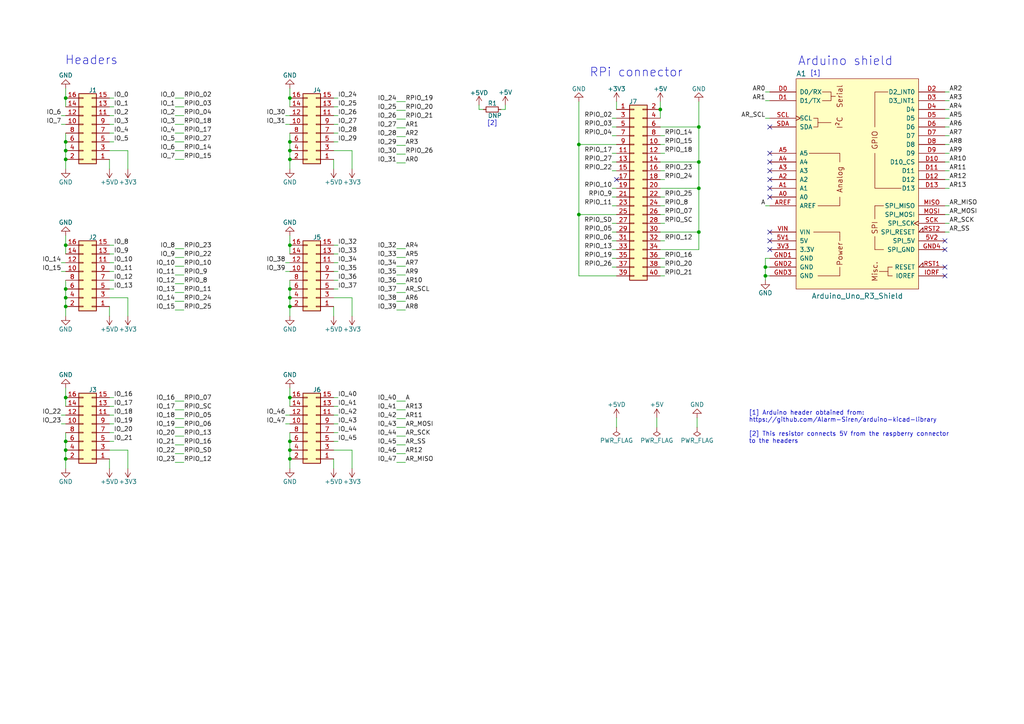
<source format=kicad_sch>
(kicad_sch (version 20211123) (generator eeschema)
  (paper "A4")
  (lib_symbols
    (symbol "CL_Arduino_Library:Arduino_Uno_R3_Shield" (pin_names (offset 1.016))
      (property "Reference" "A" (at 0 36.83 0))
      (property "Value" "Arduino_Uno_R3_Shield" (at 0 33.02 0))
      (symbol "Arduino_Uno_R3_Shield_0_0"
        (rectangle (start -17.78 30.48) (end 17.78 -30.48) (fill (type background)))
        (rectangle (start -12.7 -13.97) (end -5.08 -13.97))
        (rectangle (start -11.43 -26.67) (end -5.08 -26.67))
        (polyline (pts (xy -11.43 17.78) (xy -7.62 17.78)))
        (polyline (pts (xy -7.62 25.4) (xy -6.35 25.4)))
        (polyline (pts (xy -5.08 -26.67) (xy -5.08 -24.13)))
        (polyline (pts (xy -5.08 -15.24) (xy -5.08 -16.51)))
        (polyline (pts (xy -5.08 -13.97) (xy -5.08 -15.24)))
        (polyline (pts (xy -5.08 -3.81) (xy -5.08 -6.35) (xy -11.43 -6.35)))
        (polyline (pts (xy -5.08 6.35) (xy -5.08 8.89) (xy -13.97 8.89)))
        (polyline (pts (xy 5.08 8.89) (xy 5.08 -1.27) (xy 12.7 -1.27)))
        (polyline (pts (xy 5.08 16.51) (xy 5.08 26.67) (xy 8.89 26.67)))
        (polyline (pts (xy -12.7 19.05) (xy -11.43 19.05) (xy -11.43 16.51) (xy -12.7 16.51)))
        (polyline (pts (xy -10.16 26.67) (xy -7.62 26.67) (xy -7.62 24.13) (xy -10.16 24.13)))
        (rectangle (start 5.08 -19.05) (end 5.08 -15.24))
        (rectangle (start 5.08 -19.05) (end 7.62 -19.05))
        (rectangle (start 5.08 -10.16) (end 5.08 -6.35))
        (rectangle (start 7.62 -6.35) (end 5.08 -6.35))
        (rectangle (start 8.89 -25.4) (end 6.35 -25.4))
        (rectangle (start 8.89 -24.13) (end 8.89 -26.67))
        (rectangle (start 10.16 -26.67) (end 8.89 -26.67))
        (rectangle (start 10.16 -24.13) (end 8.89 -24.13))
        (text "Analog" (at -5.08 1.27 900) (effects (font (size 1.524 1.524))))
        (text "I²C" (at -5.08 17.78 900) (effects (font (size 1.524 1.524))))
        (text "Misc." (at 5.08 -25.4 900) (effects (font (size 1.524 1.524))))
        (text "Power" (at -5.08 -20.32 900) (effects (font (size 1.524 1.524))))
        (text "Serial" (at -5.08 25.4 900) (effects (font (size 1.524 1.524))))
        (text "SPI" (at 5.08 -12.7 900) (effects (font (size 1.524 1.524))))
      )
      (symbol "Arduino_Uno_R3_Shield_1_0"
        (text "GPIO" (at 5.08 12.7 900) (effects (font (size 1.524 1.524))))
      )
      (symbol "Arduino_Uno_R3_Shield_1_1"
        (pin power_out line (at -25.4 -19.05 0) (length 7.62) (name "3.3V") (number "3V3"))
        (pin power_in line (at -25.4 -16.51 0) (length 7.62) (name "5V") (number "5V1"))
        (pin power_in line (at 25.4 -16.51 180) (length 7.62) (name "SPI_5V") (number "5V2"))
        (pin bidirectional line (at -25.4 -3.81 0) (length 7.62) (name "A0") (number "A0"))
        (pin bidirectional line (at -25.4 -1.27 0) (length 7.62) (name "A1") (number "A1"))
        (pin bidirectional line (at -25.4 1.27 0) (length 7.62) (name "A2") (number "A2"))
        (pin bidirectional line (at -25.4 3.81 0) (length 7.62) (name "A3") (number "A3"))
        (pin bidirectional line (at -25.4 6.35 0) (length 7.62) (name "A4") (number "A4"))
        (pin bidirectional line (at -25.4 8.89 0) (length 7.62) (name "A5") (number "A5"))
        (pin input line (at -25.4 -6.35 0) (length 7.62) (name "AREF") (number "AREF"))
        (pin bidirectional line (at -25.4 26.67 0) (length 7.62) (name "D0/RX") (number "D0"))
        (pin bidirectional line (at -25.4 24.13 0) (length 7.62) (name "D1/TX") (number "D1"))
        (pin bidirectional line (at 25.4 6.35 180) (length 7.62) (name "D10_CS") (number "D10"))
        (pin bidirectional line (at 25.4 3.81 180) (length 7.62) (name "D11") (number "D11"))
        (pin bidirectional line (at 25.4 1.27 180) (length 7.62) (name "D12") (number "D12"))
        (pin bidirectional line (at 25.4 -1.27 180) (length 7.62) (name "D13") (number "D13"))
        (pin bidirectional line (at 25.4 26.67 180) (length 7.62) (name "D2_INT0") (number "D2"))
        (pin bidirectional line (at 25.4 24.13 180) (length 7.62) (name "D3_INT1") (number "D3"))
        (pin bidirectional line (at 25.4 21.59 180) (length 7.62) (name "D4") (number "D4"))
        (pin bidirectional line (at 25.4 19.05 180) (length 7.62) (name "D5") (number "D5"))
        (pin bidirectional line (at 25.4 16.51 180) (length 7.62) (name "D6") (number "D6"))
        (pin bidirectional line (at 25.4 13.97 180) (length 7.62) (name "D7") (number "D7"))
        (pin bidirectional line (at 25.4 11.43 180) (length 7.62) (name "D8") (number "D8"))
        (pin bidirectional line (at 25.4 8.89 180) (length 7.62) (name "D9") (number "D9"))
        (pin power_in line (at -25.4 -21.59 0) (length 7.62) (name "GND") (number "GND1"))
        (pin power_in line (at -25.4 -24.13 0) (length 7.62) (name "GND") (number "GND2"))
        (pin power_in line (at -25.4 -26.67 0) (length 7.62) (name "GND") (number "GND3"))
        (pin power_in line (at 25.4 -19.05 180) (length 7.62) (name "SPI_GND") (number "GND4"))
        (pin output line (at 25.4 -26.67 180) (length 7.62) (name "IOREF") (number "IORF"))
        (pin input line (at 25.4 -6.35 180) (length 7.62) (name "SPI_MISO") (number "MISO"))
        (pin output line (at 25.4 -8.89 180) (length 7.62) (name "SPI_MOSI") (number "MOSI"))
        (pin open_collector input_low (at 25.4 -24.13 180) (length 7.62) (name "RESET") (number "RST1"))
        (pin open_collector input_low (at 25.4 -13.97 180) (length 7.62) (name "SPI_RESET") (number "RST2"))
        (pin output clock (at 25.4 -11.43 180) (length 7.62) (name "SPI_SCK") (number "SCK"))
        (pin bidirectional clock (at -25.4 19.05 0) (length 7.62) (name "SCL") (number "SCL"))
        (pin bidirectional line (at -25.4 16.51 0) (length 7.62) (name "SDA") (number "SDA"))
        (pin power_in line (at -25.4 -13.97 0) (length 7.62) (name "VIN") (number "VIN"))
      )
    )
    (symbol "Connector_Generic:Conn_02x08_Odd_Even" (pin_names (offset 1.016) hide)
      (property "Reference" "J" (at 1.27 10.16 0))
      (property "Value" "Conn_02x08_Odd_Even" (at 1.27 -12.7 0))
      (symbol "Conn_02x08_Odd_Even_1_1"
        (rectangle (start -1.27 -10.033) (end 0 -10.287) (stroke (width 0.1524)))
        (rectangle (start -1.27 -7.493) (end 0 -7.747) (stroke (width 0.1524)))
        (rectangle (start -1.27 -4.953) (end 0 -5.207) (stroke (width 0.1524)))
        (rectangle (start -1.27 -2.413) (end 0 -2.667) (stroke (width 0.1524)))
        (rectangle (start -1.27 0.127) (end 0 -0.127) (stroke (width 0.1524)))
        (rectangle (start -1.27 2.667) (end 0 2.413) (stroke (width 0.1524)))
        (rectangle (start -1.27 5.207) (end 0 4.953) (stroke (width 0.1524)))
        (rectangle (start -1.27 7.747) (end 0 7.493) (stroke (width 0.1524)))
        (rectangle (start -1.27 8.89) (end 3.81 -11.43) (stroke (width 0.254)) (fill (type background)))
        (rectangle (start 3.81 -10.033) (end 2.54 -10.287) (stroke (width 0.1524)))
        (rectangle (start 3.81 -7.493) (end 2.54 -7.747) (stroke (width 0.1524)))
        (rectangle (start 3.81 -4.953) (end 2.54 -5.207) (stroke (width 0.1524)))
        (rectangle (start 3.81 -2.413) (end 2.54 -2.667) (stroke (width 0.1524)))
        (rectangle (start 3.81 0.127) (end 2.54 -0.127) (stroke (width 0.1524)))
        (rectangle (start 3.81 2.667) (end 2.54 2.413) (stroke (width 0.1524)))
        (rectangle (start 3.81 5.207) (end 2.54 4.953) (stroke (width 0.1524)))
        (rectangle (start 3.81 7.747) (end 2.54 7.493) (stroke (width 0.1524)))
        (pin passive line (at -5.08 7.62 0) (length 3.81) (name "Pin_1") (number "1"))
        (pin passive line (at 7.62 -2.54 180) (length 3.81) (name "Pin_10") (number "10"))
        (pin passive line (at -5.08 -5.08 0) (length 3.81) (name "Pin_11") (number "11"))
        (pin passive line (at 7.62 -5.08 180) (length 3.81) (name "Pin_12") (number "12"))
        (pin passive line (at -5.08 -7.62 0) (length 3.81) (name "Pin_13") (number "13"))
        (pin passive line (at 7.62 -7.62 180) (length 3.81) (name "Pin_14") (number "14"))
        (pin passive line (at -5.08 -10.16 0) (length 3.81) (name "Pin_15") (number "15"))
        (pin passive line (at 7.62 -10.16 180) (length 3.81) (name "Pin_16") (number "16"))
        (pin passive line (at 7.62 7.62 180) (length 3.81) (name "Pin_2") (number "2"))
        (pin passive line (at -5.08 5.08 0) (length 3.81) (name "Pin_3") (number "3"))
        (pin passive line (at 7.62 5.08 180) (length 3.81) (name "Pin_4") (number "4"))
        (pin passive line (at -5.08 2.54 0) (length 3.81) (name "Pin_5") (number "5"))
        (pin passive line (at 7.62 2.54 180) (length 3.81) (name "Pin_6") (number "6"))
        (pin passive line (at -5.08 0 0) (length 3.81) (name "Pin_7") (number "7"))
        (pin passive line (at 7.62 0 180) (length 3.81) (name "Pin_8") (number "8"))
        (pin passive line (at -5.08 -2.54 0) (length 3.81) (name "Pin_9") (number "9"))
      )
    )
    (symbol "Connector_Generic:Conn_02x20_Odd_Even" (pin_names (offset 1.016) hide)
      (property "Reference" "J" (at 1.27 25.4 0))
      (property "Value" "Conn_02x20_Odd_Even" (at 1.27 -27.94 0))
      (symbol "Conn_02x20_Odd_Even_1_1"
        (rectangle (start -1.27 -25.273) (end 0 -25.527) (stroke (width 0.1524)))
        (rectangle (start -1.27 -22.733) (end 0 -22.987) (stroke (width 0.1524)))
        (rectangle (start -1.27 -20.193) (end 0 -20.447) (stroke (width 0.1524)))
        (rectangle (start -1.27 -17.653) (end 0 -17.907) (stroke (width 0.1524)))
        (rectangle (start -1.27 -15.113) (end 0 -15.367) (stroke (width 0.1524)))
        (rectangle (start -1.27 -12.573) (end 0 -12.827) (stroke (width 0.1524)))
        (rectangle (start -1.27 -10.033) (end 0 -10.287) (stroke (width 0.1524)))
        (rectangle (start -1.27 -7.493) (end 0 -7.747) (stroke (width 0.1524)))
        (rectangle (start -1.27 -4.953) (end 0 -5.207) (stroke (width 0.1524)))
        (rectangle (start -1.27 -2.413) (end 0 -2.667) (stroke (width 0.1524)))
        (rectangle (start -1.27 0.127) (end 0 -0.127) (stroke (width 0.1524)))
        (rectangle (start -1.27 2.667) (end 0 2.413) (stroke (width 0.1524)))
        (rectangle (start -1.27 5.207) (end 0 4.953) (stroke (width 0.1524)))
        (rectangle (start -1.27 7.747) (end 0 7.493) (stroke (width 0.1524)))
        (rectangle (start -1.27 10.287) (end 0 10.033) (stroke (width 0.1524)))
        (rectangle (start -1.27 12.827) (end 0 12.573) (stroke (width 0.1524)))
        (rectangle (start -1.27 15.367) (end 0 15.113) (stroke (width 0.1524)))
        (rectangle (start -1.27 17.907) (end 0 17.653) (stroke (width 0.1524)))
        (rectangle (start -1.27 20.447) (end 0 20.193) (stroke (width 0.1524)))
        (rectangle (start -1.27 22.987) (end 0 22.733) (stroke (width 0.1524)))
        (rectangle (start -1.27 24.13) (end 3.81 -26.67) (stroke (width 0.254)) (fill (type background)))
        (rectangle (start 3.81 -25.273) (end 2.54 -25.527) (stroke (width 0.1524)))
        (rectangle (start 3.81 -22.733) (end 2.54 -22.987) (stroke (width 0.1524)))
        (rectangle (start 3.81 -20.193) (end 2.54 -20.447) (stroke (width 0.1524)))
        (rectangle (start 3.81 -17.653) (end 2.54 -17.907) (stroke (width 0.1524)))
        (rectangle (start 3.81 -15.113) (end 2.54 -15.367) (stroke (width 0.1524)))
        (rectangle (start 3.81 -12.573) (end 2.54 -12.827) (stroke (width 0.1524)))
        (rectangle (start 3.81 -10.033) (end 2.54 -10.287) (stroke (width 0.1524)))
        (rectangle (start 3.81 -7.493) (end 2.54 -7.747) (stroke (width 0.1524)))
        (rectangle (start 3.81 -4.953) (end 2.54 -5.207) (stroke (width 0.1524)))
        (rectangle (start 3.81 -2.413) (end 2.54 -2.667) (stroke (width 0.1524)))
        (rectangle (start 3.81 0.127) (end 2.54 -0.127) (stroke (width 0.1524)))
        (rectangle (start 3.81 2.667) (end 2.54 2.413) (stroke (width 0.1524)))
        (rectangle (start 3.81 5.207) (end 2.54 4.953) (stroke (width 0.1524)))
        (rectangle (start 3.81 7.747) (end 2.54 7.493) (stroke (width 0.1524)))
        (rectangle (start 3.81 10.287) (end 2.54 10.033) (stroke (width 0.1524)))
        (rectangle (start 3.81 12.827) (end 2.54 12.573) (stroke (width 0.1524)))
        (rectangle (start 3.81 15.367) (end 2.54 15.113) (stroke (width 0.1524)))
        (rectangle (start 3.81 17.907) (end 2.54 17.653) (stroke (width 0.1524)))
        (rectangle (start 3.81 20.447) (end 2.54 20.193) (stroke (width 0.1524)))
        (rectangle (start 3.81 22.987) (end 2.54 22.733) (stroke (width 0.1524)))
        (pin passive line (at -5.08 22.86 0) (length 3.81) (name "Pin_1") (number "1"))
        (pin passive line (at 7.62 12.7 180) (length 3.81) (name "Pin_10") (number "10"))
        (pin passive line (at -5.08 10.16 0) (length 3.81) (name "Pin_11") (number "11"))
        (pin passive line (at 7.62 10.16 180) (length 3.81) (name "Pin_12") (number "12"))
        (pin passive line (at -5.08 7.62 0) (length 3.81) (name "Pin_13") (number "13"))
        (pin passive line (at 7.62 7.62 180) (length 3.81) (name "Pin_14") (number "14"))
        (pin passive line (at -5.08 5.08 0) (length 3.81) (name "Pin_15") (number "15"))
        (pin passive line (at 7.62 5.08 180) (length 3.81) (name "Pin_16") (number "16"))
        (pin passive line (at -5.08 2.54 0) (length 3.81) (name "Pin_17") (number "17"))
        (pin passive line (at 7.62 2.54 180) (length 3.81) (name "Pin_18") (number "18"))
        (pin passive line (at -5.08 0 0) (length 3.81) (name "Pin_19") (number "19"))
        (pin passive line (at 7.62 22.86 180) (length 3.81) (name "Pin_2") (number "2"))
        (pin passive line (at 7.62 0 180) (length 3.81) (name "Pin_20") (number "20"))
        (pin passive line (at -5.08 -2.54 0) (length 3.81) (name "Pin_21") (number "21"))
        (pin passive line (at 7.62 -2.54 180) (length 3.81) (name "Pin_22") (number "22"))
        (pin passive line (at -5.08 -5.08 0) (length 3.81) (name "Pin_23") (number "23"))
        (pin passive line (at 7.62 -5.08 180) (length 3.81) (name "Pin_24") (number "24"))
        (pin passive line (at -5.08 -7.62 0) (length 3.81) (name "Pin_25") (number "25"))
        (pin passive line (at 7.62 -7.62 180) (length 3.81) (name "Pin_26") (number "26"))
        (pin passive line (at -5.08 -10.16 0) (length 3.81) (name "Pin_27") (number "27"))
        (pin passive line (at 7.62 -10.16 180) (length 3.81) (name "Pin_28") (number "28"))
        (pin passive line (at -5.08 -12.7 0) (length 3.81) (name "Pin_29") (number "29"))
        (pin passive line (at -5.08 20.32 0) (length 3.81) (name "Pin_3") (number "3"))
        (pin passive line (at 7.62 -12.7 180) (length 3.81) (name "Pin_30") (number "30"))
        (pin passive line (at -5.08 -15.24 0) (length 3.81) (name "Pin_31") (number "31"))
        (pin passive line (at 7.62 -15.24 180) (length 3.81) (name "Pin_32") (number "32"))
        (pin passive line (at -5.08 -17.78 0) (length 3.81) (name "Pin_33") (number "33"))
        (pin passive line (at 7.62 -17.78 180) (length 3.81) (name "Pin_34") (number "34"))
        (pin passive line (at -5.08 -20.32 0) (length 3.81) (name "Pin_35") (number "35"))
        (pin passive line (at 7.62 -20.32 180) (length 3.81) (name "Pin_36") (number "36"))
        (pin passive line (at -5.08 -22.86 0) (length 3.81) (name "Pin_37") (number "37"))
        (pin passive line (at 7.62 -22.86 180) (length 3.81) (name "Pin_38") (number "38"))
        (pin passive line (at -5.08 -25.4 0) (length 3.81) (name "Pin_39") (number "39"))
        (pin passive line (at 7.62 20.32 180) (length 3.81) (name "Pin_4") (number "4"))
        (pin passive line (at 7.62 -25.4 180) (length 3.81) (name "Pin_40") (number "40"))
        (pin passive line (at -5.08 17.78 0) (length 3.81) (name "Pin_5") (number "5"))
        (pin passive line (at 7.62 17.78 180) (length 3.81) (name "Pin_6") (number "6"))
        (pin passive line (at -5.08 15.24 0) (length 3.81) (name "Pin_7") (number "7"))
        (pin passive line (at 7.62 15.24 180) (length 3.81) (name "Pin_8") (number "8"))
        (pin passive line (at -5.08 12.7 0) (length 3.81) (name "Pin_9") (number "9"))
      )
    )
    (symbol "Device:R_Small" (pin_numbers hide) (pin_names (offset 0.254) hide)
      (property "Reference" "R" (at 0.762 0.508 0))
      (property "Value" "R_Small" (at 0.762 -1.016 0))
      (symbol "R_Small_0_1"
        (rectangle (start -0.762 1.778) (end 0.762 -1.778) (stroke (width 0.2032)))
      )
      (symbol "R_Small_1_1"
        (pin passive line (at 0 2.54 270) (length 0.762) (name "~") (number "1"))
        (pin passive line (at 0 -2.54 90) (length 0.762) (name "~") (number "2"))
      )
    )
    (symbol "power:+3V3" (power) (pin_names (offset 0))
      (property "Value" "+3V3" (at 0 3.556 0))
      (symbol "+3V3_0_1"
        (polyline (pts (xy -0.762 1.27) (xy 0 2.54)))
        (polyline (pts (xy 0 0) (xy 0 2.54)))
        (polyline (pts (xy 0 2.54) (xy 0.762 1.27)))
      )
      (symbol "+3V3_1_1"
        (pin power_in line (at 0 0 90) (length 0) hide (name "+3V3") (number "1"))
      )
    )
    (symbol "power:+5V" (power) (pin_names (offset 0))
      (property "Value" "+5V" (at 0 3.556 0))
      (symbol "+5V_0_1"
        (polyline (pts (xy -0.762 1.27) (xy 0 2.54)))
        (polyline (pts (xy 0 0) (xy 0 2.54)))
        (polyline (pts (xy 0 2.54) (xy 0.762 1.27)))
      )
      (symbol "+5V_1_1"
        (pin power_in line (at 0 0 90) (length 0) hide (name "+5V") (number "1"))
      )
    )
    (symbol "power:+5VD" (power) (pin_names (offset 0))
      (property "Value" "+5VD" (at 0 3.556 0))
      (symbol "+5VD_0_1"
        (polyline (pts (xy -0.762 1.27) (xy 0 2.54)))
        (polyline (pts (xy 0 0) (xy 0 2.54)))
        (polyline (pts (xy 0 2.54) (xy 0.762 1.27)))
      )
      (symbol "+5VD_1_1"
        (pin power_in line (at 0 0 90) (length 0) hide (name "+5VD") (number "1"))
      )
    )
    (symbol "power:GND" (power) (pin_names (offset 0))
      (property "Value" "GND" (at 0 -3.81 0))
      (symbol "GND_0_1"
        (polyline (pts (xy 0 0) (xy 0 -1.27) (xy 1.27 -1.27) (xy 0 -2.54) (xy -1.27 -1.27) (xy 0 -1.27)))
      )
      (symbol "GND_1_1"
        (pin power_in line (at 0 0 270) (length 0) hide (name "GND") (number "1"))
      )
    )
    (symbol "power:PWR_FLAG" (power) (pin_numbers hide) (pin_names (offset 0) hide)
      (property "Value" "PWR_FLAG" (at 0 3.81 0))
      (symbol "PWR_FLAG_0_0"
        (pin power_out line (at 0 0 90) (length 0) (name "pwr") (number "1"))
      )
      (symbol "PWR_FLAG_0_1"
        (polyline (pts (xy 0 0) (xy 0 1.27) (xy -1.016 1.905) (xy 0 2.54) (xy 1.016 1.905) (xy 0 1.27)))
      )
    )
  )
  (junction (at 19.05 133.096))
  (junction (at 19.05 88.9))
  (junction (at 167.894 41.91))
  (junction (at 84.074 83.82))
  (junction (at 84.074 43.688))
  (junction (at 84.074 88.9))
  (junction (at 84.074 71.12))
  (junction (at 84.074 115.316))
  (junction (at 202.692 67.31))
  (junction (at 84.074 130.556))
  (junction (at 19.05 41.148))
  (junction (at 84.074 133.096))
  (junction (at 19.05 130.556))
  (junction (at 19.05 71.12))
  (junction (at 167.894 62.23))
  (junction (at 19.05 83.82))
  (junction (at 19.05 28.448))
  (junction (at 191.516 31.75))
  (junction (at 19.05 46.228))
  (junction (at 202.692 36.83))
  (junction (at 84.074 28.448))
  (junction (at 84.074 128.016))
  (junction (at 84.074 41.148))
  (junction (at 202.692 46.99))
  (junction (at 84.074 46.228))
  (junction (at 202.692 54.61))
  (junction (at 19.05 128.016))
  (junction (at 84.074 86.36))
  (junction (at 19.05 43.688))
  (junction (at 19.05 115.316))
  (junction (at 19.05 86.36))
  (junction (at 221.996 80.01))
  (junction (at 221.996 77.47))
  (no_connect (at 223.266 36.83))
  (no_connect (at 274.066 72.39))
  (no_connect (at 274.066 69.85))
  (no_connect (at 223.266 44.45))
  (no_connect (at 223.266 46.99))
  (no_connect (at 223.266 54.61))
  (no_connect (at 223.266 49.53))
  (no_connect (at 223.266 52.07))
  (no_connect (at 223.266 57.15))
  (no_connect (at 223.266 69.85))
  (no_connect (at 223.266 72.39))
  (no_connect (at 274.066 77.47))
  (no_connect (at 274.066 80.01))
  (no_connect (at 223.266 67.31))
  (no_connect (at 178.816 52.07))
  (wire (pts (xy 115.062 129.032) (xy 117.602 129.032)))
  (wire (pts (xy 84.074 125.476) (xy 84.074 128.016)))
  (wire (pts (xy 96.774 73.66) (xy 98.044 73.66)))
  (wire (pts (xy 50.8 134.112) (xy 53.34 134.112)))
  (wire (pts (xy 115.062 47.244) (xy 117.602 47.244)))
  (wire (pts (xy 50.8 131.572) (xy 53.34 131.572)))
  (wire (pts (xy 31.75 83.82) (xy 33.02 83.82)))
  (wire (pts (xy 19.05 28.448) (xy 19.05 30.988)))
  (wire (pts (xy 31.75 133.096) (xy 31.75 135.89)))
  (wire (pts (xy 177.546 64.77) (xy 178.816 64.77)))
  (wire (pts (xy 138.938 31.75) (xy 138.938 30.48)))
  (wire (pts (xy 177.546 74.93) (xy 178.816 74.93)))
  (wire (pts (xy 84.074 128.016) (xy 84.074 130.556)))
  (wire (pts (xy 31.75 88.9) (xy 31.75 91.694)))
  (wire (pts (xy 115.062 89.916) (xy 117.602 89.916)))
  (wire (pts (xy 50.8 116.332) (xy 53.34 116.332)))
  (wire (pts (xy 221.996 80.01) (xy 223.266 80.01)))
  (wire (pts (xy 102.108 130.556) (xy 102.108 135.89)))
  (wire (pts (xy 96.774 122.936) (xy 98.044 122.936)))
  (wire (pts (xy 31.75 36.068) (xy 33.02 36.068)))
  (wire (pts (xy 96.774 115.316) (xy 98.044 115.316)))
  (wire (pts (xy 17.78 78.74) (xy 19.05 78.74)))
  (wire (pts (xy 191.516 64.77) (xy 192.786 64.77)))
  (wire (pts (xy 82.804 33.528) (xy 84.074 33.528)))
  (wire (pts (xy 221.996 26.67) (xy 223.266 26.67)))
  (wire (pts (xy 115.062 34.544) (xy 117.602 34.544)))
  (wire (pts (xy 50.8 126.492) (xy 53.34 126.492)))
  (wire (pts (xy 178.816 62.23) (xy 167.894 62.23)))
  (wire (pts (xy 102.108 43.688) (xy 102.108 49.022)))
  (wire (pts (xy 177.546 77.47) (xy 178.816 77.47)))
  (wire (pts (xy 96.774 30.988) (xy 98.044 30.988)))
  (wire (pts (xy 178.816 80.01) (xy 167.894 80.01)))
  (wire (pts (xy 191.516 57.15) (xy 192.786 57.15)))
  (wire (pts (xy 146.558 31.75) (xy 145.288 31.75)))
  (wire (pts (xy 19.05 133.096) (xy 19.05 135.89)))
  (wire (pts (xy 96.774 43.688) (xy 102.108 43.688)))
  (wire (pts (xy 274.066 26.67) (xy 275.336 26.67)))
  (wire (pts (xy 167.894 80.01) (xy 167.894 62.23)))
  (wire (pts (xy 115.062 39.624) (xy 117.602 39.624)))
  (wire (pts (xy 274.066 36.83) (xy 275.336 36.83)))
  (wire (pts (xy 115.062 131.572) (xy 117.602 131.572)))
  (wire (pts (xy 274.066 64.77) (xy 275.336 64.77)))
  (wire (pts (xy 177.546 67.31) (xy 178.816 67.31)))
  (wire (pts (xy 37.084 130.556) (xy 37.084 135.89)))
  (wire (pts (xy 50.8 121.412) (xy 53.34 121.412)))
  (wire (pts (xy 274.066 54.61) (xy 275.336 54.61)))
  (wire (pts (xy 115.062 74.676) (xy 117.602 74.676)))
  (wire (pts (xy 177.546 59.69) (xy 178.816 59.69)))
  (wire (pts (xy 274.066 29.21) (xy 275.336 29.21)))
  (wire (pts (xy 202.184 121.158) (xy 202.184 123.952)))
  (wire (pts (xy 191.516 74.93) (xy 192.786 74.93)))
  (wire (pts (xy 50.8 46.228) (xy 53.34 46.228)))
  (wire (pts (xy 50.8 89.916) (xy 53.34 89.916)))
  (wire (pts (xy 50.8 129.032) (xy 53.34 129.032)))
  (wire (pts (xy 115.062 84.836) (xy 117.602 84.836)))
  (wire (pts (xy 17.78 36.068) (xy 19.05 36.068)))
  (wire (pts (xy 84.074 68.326) (xy 84.074 71.12)))
  (wire (pts (xy 31.75 125.476) (xy 33.02 125.476)))
  (wire (pts (xy 221.996 74.93) (xy 223.266 74.93)))
  (wire (pts (xy 274.066 44.45) (xy 275.336 44.45)))
  (wire (pts (xy 191.516 77.47) (xy 192.786 77.47)))
  (wire (pts (xy 31.75 120.396) (xy 33.02 120.396)))
  (wire (pts (xy 17.78 33.528) (xy 19.05 33.528)))
  (wire (pts (xy 96.774 38.608) (xy 98.044 38.608)))
  (wire (pts (xy 31.75 46.228) (xy 31.75 49.022)))
  (wire (pts (xy 115.062 42.164) (xy 117.602 42.164)))
  (wire (pts (xy 191.516 31.75) (xy 191.516 34.29)))
  (wire (pts (xy 115.062 87.376) (xy 117.602 87.376)))
  (wire (pts (xy 96.774 133.096) (xy 96.774 135.89)))
  (wire (pts (xy 37.084 43.688) (xy 37.084 49.022)))
  (wire (pts (xy 274.066 49.53) (xy 275.336 49.53)))
  (wire (pts (xy 84.074 133.096) (xy 84.074 135.89)))
  (wire (pts (xy 115.062 79.756) (xy 117.602 79.756)))
  (wire (pts (xy 177.546 39.37) (xy 178.816 39.37)))
  (wire (pts (xy 50.8 41.148) (xy 53.34 41.148)))
  (wire (pts (xy 274.066 59.69) (xy 275.336 59.69)))
  (wire (pts (xy 115.062 29.464) (xy 117.602 29.464)))
  (wire (pts (xy 19.05 41.148) (xy 19.05 43.688)))
  (wire (pts (xy 202.692 36.83) (xy 202.692 29.464)))
  (wire (pts (xy 31.75 30.988) (xy 33.02 30.988)))
  (wire (pts (xy 31.75 81.28) (xy 33.02 81.28)))
  (wire (pts (xy 115.062 77.216) (xy 117.602 77.216)))
  (wire (pts (xy 31.75 86.36) (xy 37.084 86.36)))
  (wire (pts (xy 274.066 41.91) (xy 275.336 41.91)))
  (wire (pts (xy 115.062 82.296) (xy 117.602 82.296)))
  (wire (pts (xy 84.074 86.36) (xy 84.074 88.9)))
  (wire (pts (xy 84.074 41.148) (xy 84.074 43.688)))
  (wire (pts (xy 50.8 77.216) (xy 53.34 77.216)))
  (wire (pts (xy 82.804 122.936) (xy 84.074 122.936)))
  (wire (pts (xy 221.996 77.47) (xy 221.996 74.93)))
  (wire (pts (xy 190.5 121.158) (xy 190.5 123.952)))
  (wire (pts (xy 191.516 41.91) (xy 192.786 41.91)))
  (wire (pts (xy 50.8 82.296) (xy 53.34 82.296)))
  (wire (pts (xy 31.75 73.66) (xy 33.02 73.66)))
  (wire (pts (xy 50.8 33.528) (xy 53.34 33.528)))
  (wire (pts (xy 191.516 39.37) (xy 192.786 39.37)))
  (wire (pts (xy 115.062 32.004) (xy 117.602 32.004)))
  (wire (pts (xy 178.816 41.91) (xy 167.894 41.91)))
  (wire (pts (xy 84.074 71.12) (xy 84.074 73.66)))
  (wire (pts (xy 191.516 29.464) (xy 191.516 31.75)))
  (wire (pts (xy 31.75 33.528) (xy 33.02 33.528)))
  (wire (pts (xy 19.05 81.28) (xy 19.05 83.82)))
  (wire (pts (xy 167.894 41.91) (xy 167.894 29.464)))
  (wire (pts (xy 221.996 77.47) (xy 223.266 77.47)))
  (wire (pts (xy 115.062 123.952) (xy 117.602 123.952)))
  (wire (pts (xy 19.05 25.654) (xy 19.05 28.448)))
  (wire (pts (xy 96.774 81.28) (xy 98.044 81.28)))
  (wire (pts (xy 221.996 81.28) (xy 221.996 80.01)))
  (wire (pts (xy 96.774 78.74) (xy 98.044 78.74)))
  (wire (pts (xy 31.75 130.556) (xy 37.084 130.556)))
  (wire (pts (xy 96.774 71.12) (xy 98.044 71.12)))
  (wire (pts (xy 19.05 125.476) (xy 19.05 128.016)))
  (wire (pts (xy 96.774 36.068) (xy 98.044 36.068)))
  (wire (pts (xy 17.78 122.936) (xy 19.05 122.936)))
  (wire (pts (xy 31.75 78.74) (xy 33.02 78.74)))
  (wire (pts (xy 19.05 115.316) (xy 19.05 117.856)))
  (wire (pts (xy 31.75 128.016) (xy 33.02 128.016)))
  (wire (pts (xy 167.894 62.23) (xy 167.894 41.91)))
  (wire (pts (xy 84.074 83.82) (xy 84.074 86.36)))
  (wire (pts (xy 31.75 122.936) (xy 33.02 122.936)))
  (wire (pts (xy 17.78 120.396) (xy 19.05 120.396)))
  (wire (pts (xy 31.75 71.12) (xy 33.02 71.12)))
  (wire (pts (xy 96.774 125.476) (xy 98.044 125.476)))
  (wire (pts (xy 19.05 86.36) (xy 19.05 88.9)))
  (wire (pts (xy 115.062 126.492) (xy 117.602 126.492)))
  (wire (pts (xy 31.75 117.856) (xy 33.02 117.856)))
  (wire (pts (xy 191.516 52.07) (xy 192.786 52.07)))
  (wire (pts (xy 177.546 46.99) (xy 178.816 46.99)))
  (wire (pts (xy 177.546 57.15) (xy 178.816 57.15)))
  (wire (pts (xy 84.074 130.556) (xy 84.074 133.096)))
  (wire (pts (xy 96.774 86.36) (xy 102.108 86.36)))
  (wire (pts (xy 19.05 112.522) (xy 19.05 115.316)))
  (wire (pts (xy 191.516 46.99) (xy 202.692 46.99)))
  (wire (pts (xy 202.692 54.61) (xy 202.692 46.99)))
  (wire (pts (xy 177.546 72.39) (xy 178.816 72.39)))
  (wire (pts (xy 19.05 71.12) (xy 19.05 73.66)))
  (wire (pts (xy 37.084 86.36) (xy 37.084 91.694)))
  (wire (pts (xy 191.516 67.31) (xy 202.692 67.31)))
  (wire (pts (xy 50.8 123.952) (xy 53.34 123.952)))
  (wire (pts (xy 177.546 69.85) (xy 178.816 69.85)))
  (wire (pts (xy 115.062 134.112) (xy 117.602 134.112)))
  (wire (pts (xy 177.546 34.29) (xy 178.816 34.29)))
  (wire (pts (xy 96.774 28.448) (xy 98.044 28.448)))
  (wire (pts (xy 221.996 80.01) (xy 221.996 77.47)))
  (wire (pts (xy 50.8 36.068) (xy 53.34 36.068)))
  (wire (pts (xy 31.75 38.608) (xy 33.02 38.608)))
  (wire (pts (xy 202.692 72.39) (xy 202.692 67.31)))
  (wire (pts (xy 96.774 76.2) (xy 98.044 76.2)))
  (wire (pts (xy 84.074 25.654) (xy 84.074 28.448)))
  (wire (pts (xy 115.062 118.872) (xy 117.602 118.872)))
  (wire (pts (xy 191.516 72.39) (xy 202.692 72.39)))
  (wire (pts (xy 115.062 72.136) (xy 117.602 72.136)))
  (wire (pts (xy 50.8 43.688) (xy 53.34 43.688)))
  (wire (pts (xy 31.75 115.316) (xy 33.02 115.316)))
  (wire (pts (xy 31.75 28.448) (xy 33.02 28.448)))
  (wire (pts (xy 274.066 67.31) (xy 275.336 67.31)))
  (wire (pts (xy 19.05 43.688) (xy 19.05 46.228)))
  (wire (pts (xy 202.692 46.99) (xy 202.692 36.83)))
  (wire (pts (xy 84.074 28.448) (xy 84.074 30.988)))
  (wire (pts (xy 50.8 84.836) (xy 53.34 84.836)))
  (wire (pts (xy 191.516 80.01) (xy 192.786 80.01)))
  (wire (pts (xy 50.8 38.608) (xy 53.34 38.608)))
  (wire (pts (xy 115.062 37.084) (xy 117.602 37.084)))
  (wire (pts (xy 84.074 115.316) (xy 84.074 117.856)))
  (wire (pts (xy 191.516 69.85) (xy 192.786 69.85)))
  (wire (pts (xy 146.558 30.48) (xy 146.558 31.75)))
  (wire (pts (xy 274.066 31.75) (xy 275.336 31.75)))
  (wire (pts (xy 96.774 33.528) (xy 98.044 33.528)))
  (wire (pts (xy 82.804 120.396) (xy 84.074 120.396)))
  (wire (pts (xy 274.066 46.99) (xy 275.336 46.99)))
  (wire (pts (xy 202.692 67.31) (xy 202.692 54.61)))
  (wire (pts (xy 177.546 36.83) (xy 178.816 36.83)))
  (wire (pts (xy 50.8 28.448) (xy 53.34 28.448)))
  (wire (pts (xy 31.75 43.688) (xy 37.084 43.688)))
  (wire (pts (xy 177.546 54.61) (xy 178.816 54.61)))
  (wire (pts (xy 221.996 59.69) (xy 223.266 59.69)))
  (wire (pts (xy 19.05 130.556) (xy 19.05 133.096)))
  (wire (pts (xy 191.516 62.23) (xy 192.786 62.23)))
  (wire (pts (xy 115.062 116.332) (xy 117.602 116.332)))
  (wire (pts (xy 31.75 41.148) (xy 33.02 41.148)))
  (wire (pts (xy 84.074 81.28) (xy 84.074 83.82)))
  (wire (pts (xy 84.074 38.608) (xy 84.074 41.148)))
  (wire (pts (xy 177.546 44.45) (xy 178.816 44.45)))
  (wire (pts (xy 19.05 38.608) (xy 19.05 41.148)))
  (wire (pts (xy 50.8 79.756) (xy 53.34 79.756)))
  (wire (pts (xy 191.516 36.83) (xy 202.692 36.83)))
  (wire (pts (xy 17.78 76.2) (xy 19.05 76.2)))
  (wire (pts (xy 274.066 52.07) (xy 275.336 52.07)))
  (wire (pts (xy 191.516 59.69) (xy 192.786 59.69)))
  (wire (pts (xy 140.208 31.75) (xy 138.938 31.75)))
  (wire (pts (xy 50.8 72.136) (xy 53.34 72.136)))
  (wire (pts (xy 274.066 34.29) (xy 275.336 34.29)))
  (wire (pts (xy 82.804 36.068) (xy 84.074 36.068)))
  (wire (pts (xy 96.774 83.82) (xy 98.044 83.82)))
  (wire (pts (xy 19.05 46.228) (xy 19.05 49.022)))
  (wire (pts (xy 84.074 46.228) (xy 84.074 49.022)))
  (wire (pts (xy 19.05 88.9) (xy 19.05 91.694)))
  (wire (pts (xy 31.75 76.2) (xy 33.02 76.2)))
  (wire (pts (xy 96.774 130.556) (xy 102.108 130.556)))
  (wire (pts (xy 84.074 88.9) (xy 84.074 91.694)))
  (wire (pts (xy 96.774 46.228) (xy 96.774 49.022)))
  (wire (pts (xy 115.062 44.704) (xy 117.602 44.704)))
  (wire (pts (xy 274.066 39.37) (xy 275.336 39.37)))
  (wire (pts (xy 82.804 78.74) (xy 84.074 78.74)))
  (wire (pts (xy 191.516 54.61) (xy 202.692 54.61)))
  (wire (pts (xy 221.996 29.21) (xy 223.266 29.21)))
  (wire (pts (xy 19.05 83.82) (xy 19.05 86.36)))
  (wire (pts (xy 50.8 74.676) (xy 53.34 74.676)))
  (wire (pts (xy 19.05 128.016) (xy 19.05 130.556)))
  (wire (pts (xy 191.516 44.45) (xy 192.786 44.45)))
  (wire (pts (xy 96.774 120.396) (xy 98.044 120.396)))
  (wire (pts (xy 50.8 118.872) (xy 53.34 118.872)))
  (wire (pts (xy 96.774 88.9) (xy 96.774 91.694)))
  (wire (pts (xy 19.05 68.326) (xy 19.05 71.12)))
  (wire (pts (xy 178.816 29.464) (xy 178.816 31.75)))
  (wire (pts (xy 82.804 76.2) (xy 84.074 76.2)))
  (wire (pts (xy 84.074 43.688) (xy 84.074 46.228)))
  (wire (pts (xy 96.774 117.856) (xy 98.044 117.856)))
  (wire (pts (xy 115.062 121.412) (xy 117.602 121.412)))
  (wire (pts (xy 96.774 41.148) (xy 98.044 41.148)))
  (wire (pts (xy 102.108 86.36) (xy 102.108 91.694)))
  (wire (pts (xy 84.074 112.522) (xy 84.074 115.316)))
  (wire (pts (xy 50.8 87.376) (xy 53.34 87.376)))
  (wire (pts (xy 50.8 30.988) (xy 53.34 30.988)))
  (wire (pts (xy 177.546 49.53) (xy 178.816 49.53)))
  (wire (pts (xy 96.774 128.016) (xy 98.044 128.016)))
  (wire (pts (xy 178.816 121.158) (xy 178.816 123.952)))
  (wire (pts (xy 221.996 34.29) (xy 223.266 34.29)))
  (wire (pts (xy 274.066 62.23) (xy 275.336 62.23)))
  (wire (pts (xy 191.516 49.53) (xy 192.786 49.53)))
  (text "Headers" (at 18.796 19.05 0) (effects (font (size 2.54 2.54)) (justify left bottom)))
  (text "[2]" (at 141.224 36.576 0) (effects (font (size 1.27 1.27)) (justify left bottom)))
  (text "RPi connector" (at 170.942 22.606 0) (effects (font (size 2.54 2.54)) (justify left bottom)))
  (text "[1]" (at 234.95 22.098 0) (effects (font (size 1.27 1.27)) (justify left bottom)))
  (text "[1] Arduino header obtained from:\nhttps://github.com/Alarm-Siren/arduino-kicad-library\n\n[2] This resistor connects 5V from the raspberry connector\nto the headers " (at 217.17 128.778 0) (effects (font (size 1.27 1.27)) (justify left bottom)))
  (text "Arduino shield" (at 231.394 19.304 0) (effects (font (size 2.54 2.54)) (justify left bottom)))
  (label "IO_42" (at 98.044 120.396 0))
  (label "IO_36" (at 98.044 81.28 0))
  (label "RPIO_SD" (at 177.546 64.77 180))
  (label "RPIO_05" (at 53.34 121.412 0))
  (label "IO_34" (at 98.044 76.2 0))
  (label "IO_17" (at 33.02 117.856 0))
  (label "RPIO_20" (at 117.602 32.004 0))
  (label "IO_8" (at 33.02 71.12 0))
  (label "IO_32" (at 98.044 71.12 0))
  (label "IO_18" (at 33.02 120.396 0))
  (label "IO_42" (at 115.062 121.412 180))
  (label "IO_10" (at 33.02 76.2 0))
  (label "RPIO_27" (at 177.546 46.99 180))
  (label "RPIO_9" (at 177.546 57.15 180))
  (label "AR_MOSI" (at 117.602 123.952 0))
  (label "IO_46" (at 115.062 131.572 180))
  (label "IO_9" (at 50.8 74.676 180))
  (label "AR_MOSI" (at 275.336 62.23 0))
  (label "IO_21" (at 33.02 128.016 0))
  (label "RPIO_18" (at 192.786 44.45 0))
  (label "IO_32" (at 115.062 72.136 180))
  (label "IO_7" (at 17.78 36.068 180))
  (label "RPIO_06" (at 53.34 123.952 0))
  (label "IO_43" (at 115.062 123.952 180))
  (label "AR4" (at 275.336 31.75 0))
  (label "RPIO_SC" (at 53.34 118.872 0))
  (label "AR_SS" (at 275.336 67.31 0))
  (label "IO_27" (at 98.044 36.068 0))
  (label "IO_38" (at 115.062 87.376 180))
  (label "IO_35" (at 115.062 79.756 180))
  (label "AR10" (at 117.602 82.296 0))
  (label "IO_13" (at 50.8 84.836 180))
  (label "RPIO_10" (at 177.546 54.61 180))
  (label "IO_19" (at 33.02 122.936 0))
  (label "IO_0" (at 33.02 28.448 0))
  (label "RPIO_21" (at 117.602 34.544 0))
  (label "AR1" (at 117.602 37.084 0))
  (label "RPIO_04" (at 177.546 39.37 180))
  (label "IO_4" (at 33.02 38.608 0))
  (label "AR3" (at 117.602 42.164 0))
  (label "AR7" (at 117.602 77.216 0))
  (label "RPIO_07" (at 53.34 116.332 0))
  (label "IO_28" (at 115.062 39.624 180))
  (label "IO_12" (at 50.8 82.296 180))
  (label "IO_30" (at 82.804 33.528 180))
  (label "IO_19" (at 50.8 123.952 180))
  (label "RPIO_12" (at 53.34 134.112 0))
  (label "RPIO_06" (at 177.546 69.85 180))
  (label "AR8" (at 117.602 89.916 0))
  (label "RPIO_SC" (at 192.786 64.77 0))
  (label "RPIO_03" (at 177.546 36.83 180))
  (label "RPIO_03" (at 53.34 30.988 0))
  (label "IO_40" (at 98.044 115.316 0))
  (label "AR12" (at 275.336 52.07 0))
  (label "RPIO_26" (at 117.602 44.704 0))
  (label "IO_17" (at 50.8 118.872 180))
  (label "RPIO_17" (at 177.546 44.45 180))
  (label "AR11" (at 117.602 121.412 0))
  (label "IO_31" (at 115.062 47.244 180))
  (label "AR11" (at 275.336 49.53 0))
  (label "IO_47" (at 115.062 134.112 180))
  (label "RPIO_23" (at 192.786 49.53 0))
  (label "IO_3" (at 50.8 36.068 180))
  (label "IO_11" (at 33.02 78.74 0))
  (label "RPIO_19" (at 117.602 29.464 0))
  (label "AR10" (at 275.336 46.99 0))
  (label "IO_15" (at 17.78 78.74 180))
  (label "AR2" (at 117.602 39.624 0))
  (label "IO_12" (at 33.02 81.28 0))
  (label "AR_MISO" (at 117.602 134.112 0))
  (label "RPIO_11" (at 53.34 84.836 0))
  (label "IO_24" (at 98.044 28.448 0))
  (label "A" (at 221.996 59.69 180))
  (label "IO_38" (at 82.804 76.2 180))
  (label "RPIO_07" (at 192.786 62.23 0))
  (label "AR_SCK" (at 275.336 64.77 0))
  (label "RPIO_8" (at 53.34 82.296 0))
  (label "AR_MISO" (at 275.336 59.69 0))
  (label "IO_30" (at 115.062 44.704 180))
  (label "IO_5" (at 33.02 41.148 0))
  (label "IO_46" (at 82.804 120.396 180))
  (label "IO_14" (at 50.8 87.376 180))
  (label "RPIO_18" (at 53.34 36.068 0))
  (label "RPIO_19" (at 177.546 74.93 180))
  (label "IO_22" (at 50.8 131.572 180))
  (label "RPIO_25" (at 53.34 89.916 0))
  (label "RPIO_13" (at 53.34 126.492 0))
  (label "RPIO_17" (at 53.34 38.608 0))
  (label "IO_25" (at 98.044 30.988 0))
  (label "AR3" (at 275.336 29.21 0))
  (label "IO_28" (at 98.044 38.608 0))
  (label "IO_41" (at 98.044 117.856 0))
  (label "AR_SCL" (at 117.602 84.836 0))
  (label "IO_23" (at 17.78 122.936 180))
  (label "IO_41" (at 115.062 118.872 180))
  (label "AR5" (at 275.336 34.29 0))
  (label "IO_33" (at 98.044 73.66 0))
  (label "IO_40" (at 115.062 116.332 180))
  (label "RPIO_22" (at 53.34 74.676 0))
  (label "AR5" (at 117.602 74.676 0))
  (label "IO_25" (at 115.062 32.004 180))
  (label "IO_2" (at 50.8 33.528 180))
  (label "IO_36" (at 115.062 82.296 180))
  (label "A" (at 117.602 116.332 0))
  (label "IO_20" (at 50.8 126.492 180))
  (label "IO_13" (at 33.02 83.82 0))
  (label "IO_37" (at 98.044 83.82 0))
  (label "IO_16" (at 33.02 115.316 0))
  (label "RPIO_02" (at 53.34 28.448 0))
  (label "IO_3" (at 33.02 36.068 0))
  (label "AR12" (at 117.602 131.572 0))
  (label "IO_39" (at 82.804 78.74 180))
  (label "IO_37" (at 115.062 84.836 180))
  (label "RPIO_26" (at 177.546 77.47 180))
  (label "RPIO_16" (at 53.34 129.032 0))
  (label "RPIO_14" (at 53.34 43.688 0))
  (label "RPIO_15" (at 192.786 41.91 0))
  (label "AR0" (at 221.996 26.67 180))
  (label "IO_18" (at 50.8 121.412 180))
  (label "AR1" (at 221.996 29.21 180))
  (label "IO_45" (at 115.062 129.032 180))
  (label "RPIO_10" (at 53.34 77.216 0))
  (label "IO_6" (at 17.78 33.528 180))
  (label "IO_4" (at 50.8 38.608 180))
  (label "IO_33" (at 115.062 74.676 180))
  (label "IO_44" (at 115.062 126.492 180))
  (label "IO_21" (at 50.8 129.032 180))
  (label "IO_35" (at 98.044 78.74 0))
  (label "IO_9" (at 33.02 73.66 0))
  (label "AR7" (at 275.336 39.37 0))
  (label "IO_26" (at 98.044 33.528 0))
  (label "IO_26" (at 115.062 34.544 180))
  (label "RPIO_04" (at 53.34 33.528 0))
  (label "IO_47" (at 82.804 122.936 180))
  (label "IO_39" (at 115.062 89.916 180))
  (label "RPIO_8" (at 192.786 59.69 0))
  (label "RPIO_24" (at 53.34 87.376 0))
  (label "RPIO_21" (at 192.786 80.01 0))
  (label "RPIO_13" (at 177.546 72.39 180))
  (label "IO_10" (at 50.8 77.216 180))
  (label "IO_2" (at 33.02 33.528 0))
  (label "AR_SCL" (at 221.996 34.29 180))
  (label "IO_6" (at 50.8 43.688 180))
  (label "RPIO_25" (at 192.786 57.15 0))
  (label "IO_24" (at 115.062 29.464 180))
  (label "RPIO_27" (at 53.34 41.148 0))
  (label "IO_11" (at 50.8 79.756 180))
  (label "IO_14" (at 17.78 76.2 180))
  (label "AR6" (at 275.336 36.83 0))
  (label "IO_43" (at 98.044 122.936 0))
  (label "AR9" (at 275.336 44.45 0))
  (label "AR13" (at 117.602 118.872 0))
  (label "RPIO_24" (at 192.786 52.07 0))
  (label "IO_27" (at 115.062 37.084 180))
  (label "RPIO_05" (at 177.546 67.31 180))
  (label "IO_1" (at 50.8 30.988 180))
  (label "RPIO_23" (at 53.34 72.136 0))
  (label "IO_44" (at 98.044 125.476 0))
  (label "AR13" (at 275.336 54.61 0))
  (label "IO_34" (at 115.062 77.216 180))
  (label "IO_29" (at 115.062 42.164 180))
  (label "RPIO_SD" (at 53.34 131.572 0))
  (label "IO_8" (at 50.8 72.136 180))
  (label "AR6" (at 117.602 87.376 0))
  (label "IO_22" (at 17.78 120.396 180))
  (label "RPIO_14" (at 192.786 39.37 0))
  (label "IO_31" (at 82.804 36.068 180))
  (label "AR2" (at 275.336 26.67 0))
  (label "RPIO_16" (at 192.786 74.93 0))
  (label "IO_1" (at 33.02 30.988 0))
  (label "RPIO_11" (at 177.546 59.69 180))
  (label "IO_0" (at 50.8 28.448 180))
  (label "RPIO_12" (at 192.786 69.85 0))
  (label "AR0" (at 117.602 47.244 0))
  (label "RPIO_15" (at 53.34 46.228 0))
  (label "RPIO_22" (at 177.546 49.53 180))
  (label "RPIO_9" (at 53.34 79.756 0))
  (label "IO_45" (at 98.044 128.016 0))
  (label "AR4" (at 117.602 72.136 0))
  (label "IO_7" (at 50.8 46.228 180))
  (label "AR_SCK" (at 117.602 126.492 0))
  (label "IO_23" (at 50.8 134.112 180))
  (label "AR9" (at 117.602 79.756 0))
  (label "RPIO_02" (at 177.546 34.29 180))
  (label "RPIO_20" (at 192.786 77.47 0))
  (label "IO_20" (at 33.02 125.476 0))
  (label "IO_15" (at 50.8 89.916 180))
  (label "AR8" (at 275.336 41.91 0))
  (label "IO_5" (at 50.8 41.148 180))
  (label "IO_16" (at 50.8 116.332 180))
  (label "IO_29" (at 98.044 41.148 0))
  (label "AR_SS" (at 117.602 129.032 0))
  (symbol (lib_id "Connector_Generic:Conn_02x20_Odd_Even") (at 183.896 54.61 0) (unit 1)
    (property "Reference" "J7" (at 183.642 29.464 0))
    (property "Value" "Conn_02x20_Odd_Even" (effects hide))
    (property "Footprint" "Connector_PinHeader_2.54mm:PinHeader_2x20_P2.54mm_Vertical" (effects hide))
  )
  (symbol (lib_id "Connector_Generic:Conn_02x08_Odd_Even") (at 26.67 125.476 180) (unit 1)
    (property "Reference" "J3" (at 26.924 113.03 0))
    (property "Value" "Conn_02x08_Odd_Even" (effects hide))
    (property "Footprint" "Connector_PinHeader_2.54mm:PinHeader_2x08_P2.54mm_Horizontal" (effects hide))
  )
  (symbol (lib_id "power:+5VD") (at 138.938 30.48 0) (unit 1)
    (property "Reference" "#PWR019" (effects hide))
    (property "Value" "+5VD" (at 138.938 26.924 0))
  )
  (symbol (lib_id "power:+5VD") (at 96.774 91.694 180) (unit 1)
    (property "Reference" "#PWR014" (effects hide))
    (property "Value" "+5VD" (at 96.774 95.504 0))
  )
  (symbol (lib_id "power:GND") (at 19.05 112.522 180) (unit 1)
    (property "Reference" "#PWR0102" (effects hide))
    (property "Value" "GND" (at 19.05 108.712 0))
  )
  (symbol (lib_id "power:GND") (at 19.05 49.022 0) (unit 1)
    (property "Reference" "#PWR01" (effects hide))
    (property "Value" "GND" (at 19.05 52.832 0))
  )
  (symbol (lib_id "power:GND") (at 84.074 49.022 0) (unit 1)
    (property "Reference" "#PWR010" (effects hide))
    (property "Value" "GND" (at 84.074 52.832 0))
  )
  (symbol (lib_id "power:+5V") (at 191.516 29.464 0) (unit 1)
    (property "Reference" "#PWR026" (effects hide))
    (property "Value" "+5V" (at 191.516 25.781 0))
  )
  (symbol (lib_id "power:+3V3") (at 102.108 135.89 180) (unit 1)
    (property "Reference" "#PWR018" (effects hide))
    (property "Value" "+3V3" (at 102.108 139.7 0))
  )
  (symbol (lib_id "power:PWR_FLAG") (at 190.5 123.952 180) (unit 1)
    (property "Reference" "#FLG02" (effects hide))
    (property "Value" "PWR_FLAG" (at 190.5 127.762 0))
  )
  (symbol (lib_id "power:GND") (at 84.074 91.694 0) (unit 1)
    (property "Reference" "#PWR011" (effects hide))
    (property "Value" "GND" (at 84.074 95.504 0))
  )
  (symbol (lib_id "power:+5VD") (at 31.75 135.89 180) (unit 1)
    (property "Reference" "#PWR06" (effects hide))
    (property "Value" "+5VD" (at 31.75 139.7 0))
  )
  (symbol (lib_id "Connector_Generic:Conn_02x08_Odd_Even") (at 91.694 125.476 180) (unit 1)
    (property "Reference" "J6" (at 91.948 113.03 0))
    (property "Value" "Conn_02x08_Odd_Even" (effects hide))
    (property "Footprint" "Connector_PinHeader_2.54mm:PinHeader_2x08_P2.54mm_Horizontal" (effects hide))
  )
  (symbol (lib_id "power:+5VD") (at 96.774 135.89 180) (unit 1)
    (property "Reference" "#PWR015" (effects hide))
    (property "Value" "+5VD" (at 96.774 139.7 0))
  )
  (symbol (lib_id "Connector_Generic:Conn_02x08_Odd_Even") (at 26.67 38.608 180) (unit 1)
    (property "Reference" "J1" (at 26.924 26.162 0))
    (property "Value" "Conn_02x08_Odd_Even" (effects hide))
    (property "Footprint" "Connector_PinHeader_2.54mm:PinHeader_2x08_P2.54mm_Horizontal" (effects hide))
  )
  (symbol (lib_id "power:GND") (at 84.074 68.326 180) (unit 1)
    (property "Reference" "#PWR0104" (effects hide))
    (property "Value" "GND" (at 84.074 64.516 0))
  )
  (symbol (lib_id "Device:R_Small") (at 142.748 31.75 270) (mirror x) (unit 1)
    (property "Reference" "R1" (at 141.478 29.972 90) (effects (justify left)))
    (property "Value" "DNP" (at 141.478 33.528 90) (effects (justify left)))
    (property "Footprint" "Resistor_SMD:R_0805_2012Metric" (effects hide))
  )
  (symbol (lib_id "power:+3V3") (at 37.084 91.694 180) (unit 1)
    (property "Reference" "#PWR08" (effects hide))
    (property "Value" "+3V3" (at 37.084 95.504 0))
  )
  (symbol (lib_id "power:+3V3") (at 178.816 29.464 0) (unit 1)
    (property "Reference" "#PWR021" (effects hide))
    (property "Value" "+3V3" (at 178.816 25.781 0))
  )
  (symbol (lib_id "power:+3V3") (at 37.084 49.022 180) (unit 1)
    (property "Reference" "#PWR07" (effects hide))
    (property "Value" "+3V3" (at 37.084 52.832 0))
  )
  (symbol (lib_id "CL_Arduino_Library:Arduino_Uno_R3_Shield") (at 248.666 53.34 0) (unit 1)
    (property "Reference" "A1" (at 232.41 21.336 0) (effects (font (size 1.524 1.524))))
    (property "Value" "Arduino_Uno_R3_Shield" (at 248.666 85.852 0) (effects (font (size 1.524 1.524))))
    (property "Footprint" "CL_Arduino_Library:Arduino_Uno_R3_Shield_No_MH" (effects hide))
    (property "Datasheet" "https://docs.arduino.cc/hardware/uno-rev3" (effects hide))
  )
  (symbol (lib_id "power:GND") (at 19.05 135.89 0) (unit 1)
    (property "Reference" "#PWR03" (effects hide))
    (property "Value" "GND" (at 19.05 139.7 0))
  )
  (symbol (lib_id "power:+5V") (at 146.558 30.48 0) (unit 1)
    (property "Reference" "#PWR020" (effects hide))
    (property "Value" "+5V" (at 146.558 26.797 0))
  )
  (symbol (lib_id "power:+5VD") (at 96.774 49.022 180) (unit 1)
    (property "Reference" "#PWR013" (effects hide))
    (property "Value" "+5VD" (at 96.774 52.832 0))
  )
  (symbol (lib_id "power:+5VD") (at 178.816 121.158 0) (unit 1)
    (property "Reference" "#PWR022" (effects hide))
    (property "Value" "+5VD" (at 178.816 117.348 0))
  )
  (symbol (lib_id "power:GND") (at 19.05 68.326 180) (unit 1)
    (property "Reference" "#PWR0103" (effects hide))
    (property "Value" "GND" (at 19.05 64.516 0))
  )
  (symbol (lib_id "power:+3V3") (at 102.108 91.694 180) (unit 1)
    (property "Reference" "#PWR017" (effects hide))
    (property "Value" "+3V3" (at 102.108 95.504 0))
  )
  (symbol (lib_id "power:+5V") (at 190.5 121.158 0) (unit 1)
    (property "Reference" "#PWR024" (effects hide))
    (property "Value" "+5V" (at 190.5 117.348 0))
  )
  (symbol (lib_id "power:+5VD") (at 31.75 91.694 180) (unit 1)
    (property "Reference" "#PWR05" (effects hide))
    (property "Value" "+5VD" (at 31.75 95.504 0))
  )
  (symbol (lib_id "power:GND") (at 19.05 25.654 180) (unit 1)
    (property "Reference" "#PWR0101" (effects hide))
    (property "Value" "GND" (at 19.05 21.844 0))
  )
  (symbol (lib_id "power:GND") (at 167.894 29.464 180) (unit 1)
    (property "Reference" "#PWR023" (effects hide))
    (property "Value" "GND" (at 167.894 25.781 0))
  )
  (symbol (lib_id "power:PWR_FLAG") (at 178.816 123.952 180) (unit 1)
    (property "Reference" "#FLG01" (effects hide))
    (property "Value" "PWR_FLAG" (at 178.816 127.762 0))
  )
  (symbol (lib_id "Connector_Generic:Conn_02x08_Odd_Even") (at 91.694 81.28 180) (unit 1)
    (property "Reference" "J5" (at 91.948 68.834 0))
    (property "Value" "Conn_02x08_Odd_Even" (effects hide))
    (property "Footprint" "Connector_PinHeader_2.54mm:PinHeader_2x08_P2.54mm_Horizontal" (effects hide))
  )
  (symbol (lib_id "power:GND") (at 84.074 135.89 0) (unit 1)
    (property "Reference" "#PWR012" (effects hide))
    (property "Value" "GND" (at 84.074 139.7 0))
  )
  (symbol (lib_id "power:GND") (at 221.996 81.28 0) (unit 1)
    (property "Reference" "#PWR031" (effects hide))
    (property "Value" "GND" (at 221.996 84.963 0))
  )
  (symbol (lib_id "power:GND") (at 84.074 112.522 180) (unit 1)
    (property "Reference" "#PWR0106" (effects hide))
    (property "Value" "GND" (at 84.074 108.712 0))
  )
  (symbol (lib_id "power:GND") (at 202.692 29.464 180) (unit 1)
    (property "Reference" "#PWR028" (effects hide))
    (property "Value" "GND" (at 202.692 25.781 0))
  )
  (symbol (lib_id "power:+5VD") (at 31.75 49.022 180) (unit 1)
    (property "Reference" "#PWR04" (effects hide))
    (property "Value" "+5VD" (at 31.75 52.832 0))
  )
  (symbol (lib_id "power:GND") (at 19.05 91.694 0) (unit 1)
    (property "Reference" "#PWR02" (effects hide))
    (property "Value" "GND" (at 19.05 95.504 0))
  )
  (symbol (lib_id "power:PWR_FLAG") (at 202.184 123.952 180) (unit 1)
    (property "Reference" "#FLG04" (effects hide))
    (property "Value" "PWR_FLAG" (at 202.184 127.762 0))
  )
  (symbol (lib_id "power:+3V3") (at 37.084 135.89 180) (unit 1)
    (property "Reference" "#PWR09" (effects hide))
    (property "Value" "+3V3" (at 37.084 139.7 0))
  )
  (symbol (lib_id "power:GND") (at 202.184 121.158 180) (unit 1)
    (property "Reference" "#PWR027" (effects hide))
    (property "Value" "GND" (at 202.184 117.348 0))
  )
  (symbol (lib_id "power:GND") (at 84.074 25.654 180) (unit 1)
    (property "Reference" "#PWR0105" (effects hide))
    (property "Value" "GND" (at 84.074 21.844 0))
  )
  (symbol (lib_id "Connector_Generic:Conn_02x08_Odd_Even") (at 91.694 38.608 180) (unit 1)
    (property "Reference" "J4" (at 91.948 26.162 0))
    (property "Value" "Conn_02x08_Odd_Even" (effects hide))
    (property "Footprint" "Connector_PinHeader_2.54mm:PinHeader_2x08_P2.54mm_Horizontal" (effects hide))
  )
  (symbol (lib_id "power:+3V3") (at 102.108 49.022 180) (unit 1)
    (property "Reference" "#PWR016" (effects hide))
    (property "Value" "+3V3" (at 102.108 52.832 0))
  )
  (symbol (lib_id "Connector_Generic:Conn_02x08_Odd_Even") (at 26.67 81.28 180) (unit 1)
    (property "Reference" "J2" (at 26.924 68.834 0))
    (property "Value" "Conn_02x08_Odd_Even" (effects hide))
    (property "Footprint" "Connector_PinHeader_2.54mm:PinHeader_2x08_P2.54mm_Horizontal" (effects hide))
  )
)
</source>
